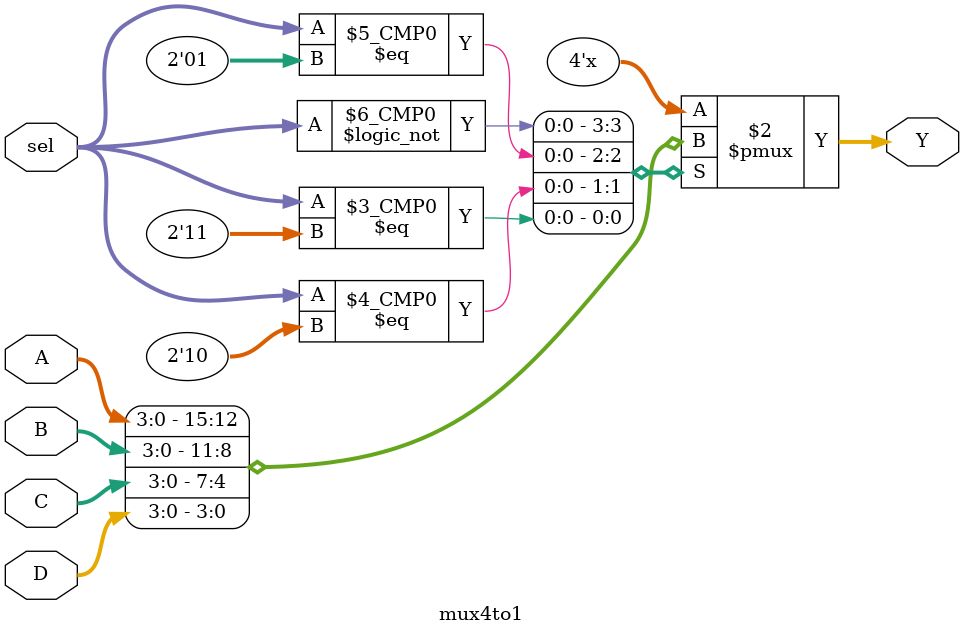
<source format=v>
`timescale 1ns / 1ps


module mux4to1(
    input [3:0]A,
    input [3:0]B,
    input [3:0]C,
    input [3:0]D,
    input [1:0]sel,
    output reg [3:0]Y
    );
    
    always @ (A or B or C or D or sel)
    begin
        case(sel)
        2'b00: Y = A;
        2'b01: Y = B;
        2'b10: Y = C;
        2'b11: Y = D;
        endcase
    end  
endmodule

</source>
